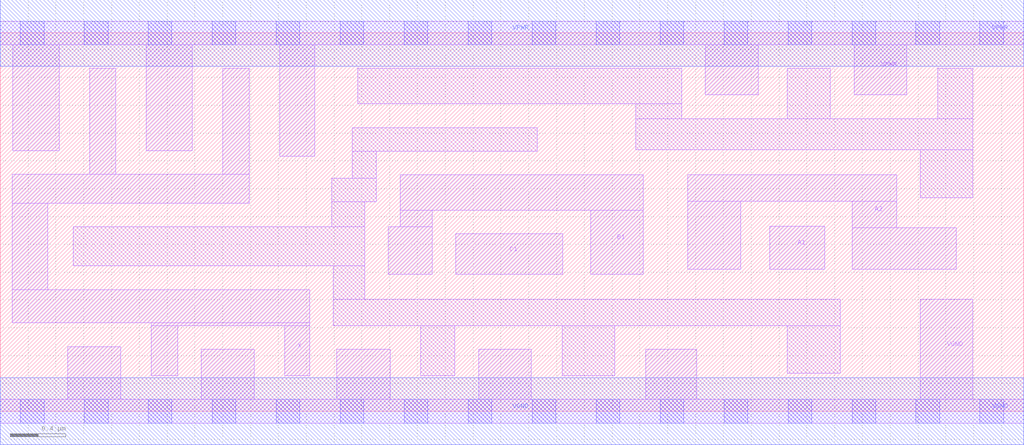
<source format=lef>
# Copyright 2020 The SkyWater PDK Authors
#
# Licensed under the Apache License, Version 2.0 (the "License");
# you may not use this file except in compliance with the License.
# You may obtain a copy of the License at
#
#     https://www.apache.org/licenses/LICENSE-2.0
#
# Unless required by applicable law or agreed to in writing, software
# distributed under the License is distributed on an "AS IS" BASIS,
# WITHOUT WARRANTIES OR CONDITIONS OF ANY KIND, either express or implied.
# See the License for the specific language governing permissions and
# limitations under the License.
#
# SPDX-License-Identifier: Apache-2.0

VERSION 5.7 ;
  NAMESCASESENSITIVE ON ;
  NOWIREEXTENSIONATPIN ON ;
  DIVIDERCHAR "/" ;
  BUSBITCHARS "[]" ;
UNITS
  DATABASE MICRONS 200 ;
END UNITS
PROPERTYDEFINITIONS
  MACRO maskLayoutSubType STRING ;
  MACRO prCellType STRING ;
  MACRO originalViewName STRING ;
END PROPERTYDEFINITIONS
MACRO sky130_fd_sc_hdll__a211o_4
  CLASS CORE ;
  FOREIGN sky130_fd_sc_hdll__a211o_4 ;
  ORIGIN  0.000000  0.000000 ;
  SIZE  7.360000 BY  2.720000 ;
  SYMMETRY X Y R90 ;
  SITE unithd ;
  PIN A1
    ANTENNAGATEAREA  0.555000 ;
    DIRECTION INPUT ;
    USE SIGNAL ;
    PORT
      LAYER li1 ;
        RECT 5.535000 1.020000 5.930000 1.330000 ;
    END
  END A1
  PIN A2
    ANTENNAGATEAREA  0.555000 ;
    DIRECTION INPUT ;
    USE SIGNAL ;
    PORT
      LAYER li1 ;
        RECT 4.945000 1.020000 5.325000 1.510000 ;
        RECT 4.945000 1.510000 6.445000 1.700000 ;
        RECT 6.125000 1.020000 6.875000 1.320000 ;
        RECT 6.125000 1.320000 6.445000 1.510000 ;
    END
  END A2
  PIN B1
    ANTENNAGATEAREA  0.555000 ;
    DIRECTION INPUT ;
    USE SIGNAL ;
    PORT
      LAYER li1 ;
        RECT 2.790000 0.985000 3.105000 1.325000 ;
        RECT 2.875000 1.325000 3.105000 1.445000 ;
        RECT 2.875000 1.445000 4.625000 1.700000 ;
        RECT 4.245000 0.985000 4.625000 1.445000 ;
    END
  END B1
  PIN C1
    ANTENNAGATEAREA  0.555000 ;
    DIRECTION INPUT ;
    USE SIGNAL ;
    PORT
      LAYER li1 ;
        RECT 3.275000 0.985000 4.045000 1.275000 ;
    END
  END C1
  PIN X
    ANTENNADIFFAREA  1.071250 ;
    DIRECTION OUTPUT ;
    USE SIGNAL ;
    PORT
      LAYER li1 ;
        RECT 0.085000 0.635000 2.225000 0.875000 ;
        RECT 0.085000 0.875000 0.340000 1.495000 ;
        RECT 0.085000 1.495000 1.790000 1.705000 ;
        RECT 0.645000 1.705000 0.830000 2.465000 ;
        RECT 1.085000 0.255000 1.275000 0.615000 ;
        RECT 1.085000 0.615000 2.225000 0.635000 ;
        RECT 1.600000 1.705000 1.790000 2.465000 ;
        RECT 2.045000 0.255000 2.225000 0.615000 ;
    END
  END X
  PIN VGND
    DIRECTION INOUT ;
    USE GROUND ;
    PORT
      LAYER li1 ;
        RECT 0.000000 -0.085000 7.360000 0.085000 ;
        RECT 0.485000  0.085000 0.865000 0.465000 ;
        RECT 1.445000  0.085000 1.825000 0.445000 ;
        RECT 2.420000  0.085000 2.805000 0.445000 ;
        RECT 3.440000  0.085000 3.820000 0.445000 ;
        RECT 4.640000  0.085000 5.010000 0.445000 ;
        RECT 6.615000  0.085000 6.995000 0.805000 ;
      LAYER mcon ;
        RECT 0.145000 -0.085000 0.315000 0.085000 ;
        RECT 0.605000 -0.085000 0.775000 0.085000 ;
        RECT 1.065000 -0.085000 1.235000 0.085000 ;
        RECT 1.525000 -0.085000 1.695000 0.085000 ;
        RECT 1.985000 -0.085000 2.155000 0.085000 ;
        RECT 2.445000 -0.085000 2.615000 0.085000 ;
        RECT 2.905000 -0.085000 3.075000 0.085000 ;
        RECT 3.365000 -0.085000 3.535000 0.085000 ;
        RECT 3.825000 -0.085000 3.995000 0.085000 ;
        RECT 4.285000 -0.085000 4.455000 0.085000 ;
        RECT 4.745000 -0.085000 4.915000 0.085000 ;
        RECT 5.205000 -0.085000 5.375000 0.085000 ;
        RECT 5.665000 -0.085000 5.835000 0.085000 ;
        RECT 6.125000 -0.085000 6.295000 0.085000 ;
        RECT 6.585000 -0.085000 6.755000 0.085000 ;
        RECT 7.045000 -0.085000 7.215000 0.085000 ;
      LAYER met1 ;
        RECT 0.000000 -0.240000 7.360000 0.240000 ;
    END
  END VGND
  PIN VPWR
    DIRECTION INOUT ;
    USE POWER ;
    PORT
      LAYER li1 ;
        RECT 0.000000 2.635000 7.360000 2.805000 ;
        RECT 0.090000 1.875000 0.425000 2.635000 ;
        RECT 1.050000 1.875000 1.380000 2.635000 ;
        RECT 2.010000 1.835000 2.260000 2.635000 ;
        RECT 5.070000 2.275000 5.450000 2.635000 ;
        RECT 6.140000 2.275000 6.520000 2.635000 ;
      LAYER mcon ;
        RECT 0.145000 2.635000 0.315000 2.805000 ;
        RECT 0.605000 2.635000 0.775000 2.805000 ;
        RECT 1.065000 2.635000 1.235000 2.805000 ;
        RECT 1.525000 2.635000 1.695000 2.805000 ;
        RECT 1.985000 2.635000 2.155000 2.805000 ;
        RECT 2.445000 2.635000 2.615000 2.805000 ;
        RECT 2.905000 2.635000 3.075000 2.805000 ;
        RECT 3.365000 2.635000 3.535000 2.805000 ;
        RECT 3.825000 2.635000 3.995000 2.805000 ;
        RECT 4.285000 2.635000 4.455000 2.805000 ;
        RECT 4.745000 2.635000 4.915000 2.805000 ;
        RECT 5.205000 2.635000 5.375000 2.805000 ;
        RECT 5.665000 2.635000 5.835000 2.805000 ;
        RECT 6.125000 2.635000 6.295000 2.805000 ;
        RECT 6.585000 2.635000 6.755000 2.805000 ;
        RECT 7.045000 2.635000 7.215000 2.805000 ;
      LAYER met1 ;
        RECT 0.000000 2.480000 7.360000 2.960000 ;
    END
  END VPWR
  OBS
    LAYER li1 ;
      RECT 0.525000 1.045000 2.620000 1.325000 ;
      RECT 2.385000 1.325000 2.620000 1.505000 ;
      RECT 2.385000 1.505000 2.705000 1.675000 ;
      RECT 2.395000 0.615000 6.040000 0.805000 ;
      RECT 2.395000 0.805000 2.620000 1.045000 ;
      RECT 2.530000 1.675000 2.705000 1.870000 ;
      RECT 2.530000 1.870000 3.860000 2.040000 ;
      RECT 2.570000 2.210000 4.900000 2.465000 ;
      RECT 3.025000 0.255000 3.270000 0.615000 ;
      RECT 4.040000 0.255000 4.420000 0.615000 ;
      RECT 4.570000 1.880000 6.995000 2.105000 ;
      RECT 4.570000 2.105000 4.900000 2.210000 ;
      RECT 5.660000 0.275000 6.040000 0.615000 ;
      RECT 5.660000 2.105000 5.970000 2.465000 ;
      RECT 6.615000 1.535000 6.995000 1.880000 ;
      RECT 6.740000 2.105000 6.995000 2.465000 ;
  END
  PROPERTY maskLayoutSubType "abstract" ;
  PROPERTY prCellType "standard" ;
  PROPERTY originalViewName "layout" ;
END sky130_fd_sc_hdll__a211o_4

</source>
